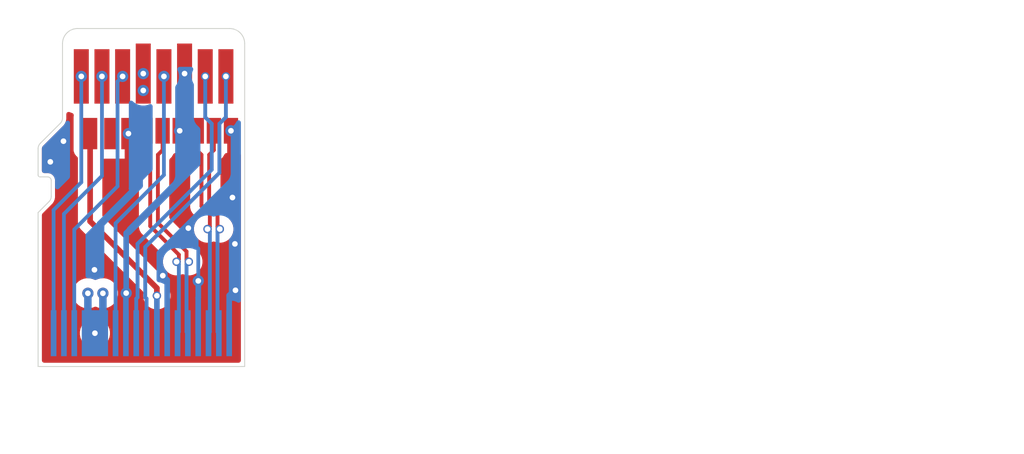
<source format=kicad_pcb>
(kicad_pcb (version 20241229) (generator "pcbnew") (generator_version "9.0")
  (layers (0 "F.Cu" signal) (4 "In1.Cu" signal "In1.GND.Cu") (6 "In2.Cu" signal "In2.VCC.Cu") (8 "In3.Cu" signal "In3.VCC.Cu") (10 "In4.Cu" signal "In4.GND.Cu") (2 "B.Cu" signal) (13 "F.Paste" user) (15 "B.Paste" user) (5 "F.SilkS" user "F.Silkscreen") (7 "B.SilkS" user "B.Silkscreen") (1 "F.Mask" user) (3 "B.Mask" user) (25 "Edge.Cuts" user))
  (net 0 "")
  (net 1 "PCIe_TX+")
  (net 2 "PCIe_TX-")
  (net 4 "DATx{slash}REFCLK+")
  (net 5 "+3V3")
  (net 6 "~{PERST}{slash}DAT3{slash}CD")
  (net 7 "~{CLKREQ}{slash}DAT2")
  (net 8 "CMD")
  (net 9 "PCIe_RX+")
  (net 10 "GND")
  (net 11 "CLK")
  (net 12 "+1V8")
  (net 13 "PCIe_RX-")
  (net 14 "DATx{slash}REFCLK-")
  (footprint "m1cha:usdex-male-open_bottom" (layer "F.Cu") (at 0 0)
    (property "Reference" "J1" (hide yes))
    (property "Value" "Micro_SDex_PCB")
    (fp_line (start -6.15 6.395685) (end -6.15 7.8) (stroke (width 0.05)) (layer "Edge.Cuts"))
    (fp_line (start -6.15 9.8) (end -6.149999 15) (stroke (width 0.05)) (layer "Edge.Cuts"))
    (fp_line (start -6.05 7.9) (end -5.65 7.9) (stroke (width 0.05)) (layer "Edge.Cuts"))
    (fp_line (start -5.567158 9.217158) (end -6.15 9.8) (stroke (width 0.05)) (layer "Edge.Cuts"))
    (fp_line (start -5.45 8.1) (end -5.45 8.934315) (stroke (width 0.05)) (layer "Edge.Cuts"))
    (fp_line (start -4.967158 5.047158) (end -6.032843 6.112843) (stroke (width 0.05)) (layer "Edge.Cuts"))
    (fp_line (start -4.85 4.764315) (end -4.85 0.8) (stroke (width 0.05)) (layer "Edge.Cuts"))
    (fp_line (start -4.05 0) (end 4.05 0) (stroke (width 0.05)) (layer "Edge.Cuts"))
    (fp_line (start 4.85 0.8) (end 4.85 15) (stroke (width 0.05)) (layer "Edge.Cuts"))
    (fp_arc (start -6.15 6.395685) (mid -6.119552 6.242612) (end -6.032843 6.112843) (stroke (width 0.05)) (layer "Edge.Cuts"))
    (fp_arc (start -6.05 7.9) (mid -6.120711 7.870711) (end -6.15 7.8) (stroke (width 0.05)) (layer "Edge.Cuts"))
    (fp_arc (start -5.65 7.9) (mid -5.508579 7.958579) (end -5.45 8.1) (stroke (width 0.05)) (layer "Edge.Cuts"))
    (fp_arc (start -5.45 8.934315) (mid -5.480448 9.087389) (end -5.567158 9.217158) (stroke (width 0.05)) (layer "Edge.Cuts"))
    (fp_arc (start -4.85 0.8) (mid -4.615685 0.234315) (end -4.05 0) (stroke (width 0.05)) (layer "Edge.Cuts"))
    (fp_arc (start -4.85 4.764315) (mid -4.880448 4.917389) (end -4.967158 5.047158) (stroke (width 0.05)) (layer "Edge.Cuts"))
    (fp_arc (start 4.05 0) (mid 4.615685 0.234315) (end 4.85 0.8) (stroke (width 0.05)) (layer "Edge.Cuts"))
    (pad "1" smd rect (at -3.85 2.55) (size 0.8 2.9) (layers "F.Cu" "F.Mask" "F.Paste") (net 7 "~{CLKREQ}{slash}DAT2"))
    (pad "2" smd rect (at -2.75 2.55) (size 0.8 2.9) (layers "F.Cu" "F.Mask" "F.Paste") (net 6 "~{PERST}{slash}DAT3{slash}CD"))
    (pad "3" smd rect (at -1.65 2.55) (size 0.8 2.9) (layers "F.Cu" "F.Mask" "F.Paste") (net 8 "CMD"))
    (pad "4" smd rect (at -0.55 2.4) (size 0.8 3.2) (layers "F.Cu" "F.Mask" "F.Paste") (net 5 "+3V3"))
    (pad "5" smd rect (at 0.55 2.55) (size 0.8 2.9) (layers "F.Cu" "F.Mask" "F.Paste") (net 11 "CLK"))
    (pad "6" smd rect (at 1.65 2.4) (size 0.8 3.2) (layers "F.Cu" "F.Mask" "F.Paste") (net 10 "GND"))
    (pad "7" smd rect (at 2.75 2.55) (size 0.8 2.9) (layers "F.Cu" "F.Mask" "F.Paste") (net 4 "DATx{slash}REFCLK+"))
    (pad "8" smd rect (at 3.85 2.55) (size 0.8 2.9) (layers "F.Cu" "F.Mask" "F.Paste") (net 14 "DATx{slash}REFCLK-"))
    (pad "9" smd rect (at -3.38 5.595) (size 0.76 1.67) (layers "F.Cu" "F.Mask" "F.Paste") (net 12 "+1V8"))
    (pad "10" smd rect (at -1.34 5.595) (size 0.76 1.67) (layers "F.Cu" "F.Mask" "F.Paste") (net 10 "GND"))
    (pad "11" smd rect (at -0.43 5.445) (size 0.76 1.37) (layers "F.Cu" "F.Mask" "F.Paste") (net 1 "PCIe_TX+"))
    (pad "12" smd rect (at 0.48 5.445) (size 0.76 1.37) (layers "F.Cu" "F.Mask" "F.Paste") (net 2 "PCIe_TX-"))
    (pad "13" smd rect (at 1.39 5.445) (size 0.76 1.37) (layers "F.Cu" "F.Mask" "F.Paste") (net 10 "GND"))
    (pad "14" smd rect (at 2.3 5.445) (size 0.76 1.37) (layers "F.Cu" "F.Mask" "F.Paste") (net 13 "PCIe_RX-"))
    (pad "15" smd rect (at 3.21 5.445) (size 0.76 1.37) (layers "F.Cu" "F.Mask" "F.Paste") (net 9 "PCIe_RX+"))
    (pad "16" smd rect (at 4.12 5.445) (size 0.76 1.37) (layers "F.Cu" "F.Mask" "F.Paste") (net 10 "GND"))
    (pad "17" smd rect (at -2.25 5.595) (size 0.76 1.67) (layers "F.Cu" "F.Mask" "F.Paste"))
  )
  (footprint "m1cha:usdex-fpc-1x18-0.55mm" (layer "B.Cu") (at -0.65 16.225 180)
    (property "Reference" "J2" (hide yes))
    (property "Value" "Conn_01x16_Socket")
    (pad "1" smd rect (at -4.675 0 180) (size 0.3 2.45) (layers "B.Cu" "B.Mask" "B.Paste") (net 10 "GND"))
    (pad "2" smd rect (at -4.125 0 180) (size 0.3 2.45) (layers "B.Cu" "B.Mask" "B.Paste") (net 9 "PCIe_RX+"))
    (pad "3" smd rect (at -3.575 0 180) (size 0.3 2.45) (layers "B.Cu" "B.Mask" "B.Paste") (net 13 "PCIe_RX-"))
    (pad "4" smd rect (at -3.025 0 180) (size 0.3 2.45) (layers "B.Cu" "B.Mask" "B.Paste") (net 10 "GND"))
    (pad "5" smd rect (at -2.475 0 180) (size 0.3 2.45) (layers "B.Cu" "B.Mask" "B.Paste") (net 2 "PCIe_TX-"))
    (pad "6" smd rect (at -1.925 0 180) (size 0.3 2.45) (layers "B.Cu" "B.Mask" "B.Paste") (net 1 "PCIe_TX+"))
    (pad "7" smd rect (at -1.375 0 180) (size 0.3 2.45) (layers "B.Cu" "B.Mask" "B.Paste") (net 10 "GND"))
    (pad "8" smd rect (at -0.825 0 180) (size 0.3 2.45) (layers "B.Cu" "B.Mask" "B.Paste") (net 12 "+1V8"))
    (pad "9" smd rect (at -0.275 0 180) (size 0.3 2.45) (layers "B.Cu" "B.Mask" "B.Paste") (net 14 "DATx{slash}REFCLK-"))
    (pad "10" smd rect (at 0.275 0 180) (size 0.3 2.45) (layers "B.Cu" "B.Mask" "B.Paste") (net 4 "DATx{slash}REFCLK+"))
    (pad "11" smd rect (at 0.825 0 180) (size 0.3 2.45) (layers "B.Cu" "B.Mask" "B.Paste") (net 10 "GND"))
    (pad "12" smd rect (at 1.375 0 180) (size 0.3 2.45) (layers "B.Cu" "B.Mask" "B.Paste") (net 11 "CLK"))
    (pad "13" smd rect (at 2.475 0 180) (size 1.4 2.45) (layers "B.Cu" "B.Mask" "B.Paste") (net 5 "+3V3"))
    (pad "14" smd rect (at 3.575 0 180) (size 0.3 2.45) (layers "B.Cu" "B.Mask" "B.Paste") (net 8 "CMD"))
    (pad "15" smd rect (at 4.125 0 180) (size 0.3 2.45) (layers "B.Cu" "B.Mask" "B.Paste") (net 6 "~{PERST}{slash}DAT3{slash}CD"))
    (pad "16" smd rect (at 4.675 0 180) (size 0.3 2.45) (layers "B.Cu" "B.Mask" "B.Paste") (net 7 "~{CLKREQ}{slash}DAT2"))
  )
  (gr_line (start 4.85 18) (end 4.85 15) (stroke (width 0.05)) (layer "Edge.Cuts"))
  (gr_line (start -6.15 18) (end 4.85 18) (stroke (width 0.05)) (layer "Edge.Cuts"))
  (gr_line (start -6.15 15) (end -6.15 18) (stroke (width 0.05)) (layer "Edge.Cuts"))
  (segment (start 1.345783 12.044589) (end -0.179216 10.51959) (width 0.205232) (layer "F.Cu") (net 1))
  (segment (start -0.43 6.472501) (end -0.43 5.445) (width 0.205232) (layer "F.Cu") (net 1))
  (segment (start 1.345783 12.297617) (end 1.345783 12.044589) (width 0.205232) (layer "F.Cu") (net 1))
  (segment (start -0.179216 6.723285) (end -0.43 6.472501) (width 0.205232) (layer "F.Cu") (net 1))
  (segment (start 1.2234 12.42) (end 1.345783 12.297617) (width 0.205232) (layer "F.Cu") (net 1))
  (segment (start -0.179216 10.51959) (end -0.179216 6.723285) (width 0.205232) (layer "F.Cu") (net 1))
  (via (at 1.2234 12.42) (size 0.45) (drill 0.3) (layers "F.Cu" "B.Cu") (net 1))
  (segment (start 1.345783 12.542383) (end 1.2234 12.42) (width 0.205232) (layer "B.Cu") (net 1))
  (segment (start 1.275 16.225) (end 1.345783 16.154217) (width 0.205232) (layer "B.Cu") (net 1))
  (segment (start 1.345783 16.154217) (end 1.345783 12.542383) (width 0.205232) (layer "B.Cu") (net 1))
  (segment (start 1.8766 12.42) (end 1.754217 12.297617) (width 0.205232) (layer "F.Cu") (net 2))
  (segment (start 1.754217 12.297617) (end 1.754217 11.875411) (width 0.205232) (layer "F.Cu") (net 2))
  (segment (start 0.48 6.472501) (end 0.48 5.445) (width 0.205232) (layer "F.Cu") (net 2))
  (segment (start 0.229216 10.35041) (end 0.229216 6.723285) (width 0.205232) (layer "F.Cu") (net 2))
  (segment (start 1.754217 11.875411) (end 0.229216 10.35041) (width 0.205232) (layer "F.Cu") (net 2))
  (segment (start 0.229216 6.723285) (end 0.48 6.472501) (width 0.205232) (layer "F.Cu") (net 2))
  (via (at 1.8766 12.42) (size 0.45) (drill 0.3) (layers "F.Cu" "B.Cu") (net 2))
  (segment (start 1.825 16.225) (end 1.754217 16.154217) (width 0.205232) (layer "B.Cu") (net 2))
  (segment (start 1.754217 16.154217) (end 1.754217 12.542383) (width 0.205232) (layer "B.Cu") (net 2))
  (segment (start 1.754217 12.542383) (end 1.8766 12.42) (width 0.205232) (layer "B.Cu") (net 2))
  (via (at 2.75 2.55) (size 0.45) (drill 0.3) (layers "F.Cu" "B.Cu") (net 4))
  (segment (start -0.925 16.225) (end -0.925 14.387499) (width 0.205232) (layer "B.Cu") (net 4))
  (segment (start 3.095784 7.51541) (end 3.095784 5.070785) (width 0.205232) (layer "B.Cu") (net 4))
  (segment (start 2.75 4.725001) (end 2.75 2.55) (width 0.205232) (layer "B.Cu") (net 4))
  (segment (start -0.925 14.387499) (end -0.854216 14.316715) (width 0.205232) (layer "B.Cu") (net 4))
  (segment (start -0.854216 11.46541) (end 3.095784 7.51541) (width 0.205232) (layer "B.Cu") (net 4))
  (segment (start 3.095784 5.070785) (end 2.75 4.725001) (width 0.205232) (layer "B.Cu") (net 4))
  (segment (start -0.854216 14.316715) (end -0.854216 11.46541) (width 0.205232) (layer "B.Cu") (net 4))
  (via (at -0.55 3.3) (size 0.6) (drill 0.3) (layers "F.Cu" "B.Cu") (net 5))
  (via (at -0.55 2.4) (size 0.6) (drill 0.3) (layers "F.Cu" "B.Cu") (net 5))
  (via (at -3.125 16.225) (size 0.6) (drill 0.3) (layers "F.Cu" "B.Cu") (net 5))
  (via (at -2.7 14.1) (size 0.6) (drill 0.3) (layers "F.Cu" "B.Cu") (net 5))
  (via (at -3.5 14.1) (size 0.6) (drill 0.3) (layers "F.Cu" "B.Cu") (net 5))
  (segment (start -3.5 14.1) (end -3.5 15.3) (width 0.4) (layer "B.Cu") (net 5))
  (segment (start -2.7 14.1) (end -2.7 15.3) (width 0.4) (layer "B.Cu") (net 5))
  (segment (start -3.5 15.3) (end -3.1 15.7) (width 0.2) (layer "B.Cu") (net 5))
  (segment (start -2.7 15.3) (end -3.1 15.7) (width 0.2) (layer "B.Cu") (net 5))
  (via (at -2.75 2.55) (size 0.6) (drill 0.3) (layers "F.Cu" "B.Cu") (net 6))
  (segment (start -4.775 16.225) (end -4.775 9.875) (width 0.2) (layer "B.Cu") (net 6))
  (segment (start -4.775 9.875) (end -2.75 7.85) (width 0.2) (layer "B.Cu") (net 6))
  (segment (start -2.75 7.85) (end -2.75 2.55) (width 0.2) (layer "B.Cu") (net 6))
  (via (at -3.85 2.55) (size 0.6) (drill 0.3) (layers "F.Cu" "B.Cu") (net 7))
  (segment (start -5.325 16.225) (end -5.325 9.665) (width 0.2) (layer "B.Cu") (net 7))
  (segment (start -5.325 9.665) (end -3.85 8.19) (width 0.2) (layer "B.Cu") (net 7))
  (segment (start -3.85 8.19) (end -3.85 2.55) (width 0.2) (layer "B.Cu") (net 7))
  (via (at -1.65 2.55) (size 0.6) (drill 0.3) (layers "F.Cu" "B.Cu") (net 8))
  (segment (start -4.225 16.225) (end -4.225 10.705) (width 0.2) (layer "B.Cu") (net 8))
  (segment (start -1.92 2.82) (end -1.65 2.55) (width 0.2) (layer "B.Cu") (net 8))
  (segment (start -4.225 10.705) (end -1.92 8.4) (width 0.2) (layer "B.Cu") (net 8))
  (segment (start -1.92 8.4) (end -1.92 2.82) (width 0.2) (layer "B.Cu") (net 8))
  (segment (start 2.959216 6.723285) (end 3.21 6.472501) (width 0.205232) (layer "F.Cu") (net 9))
  (segment (start 3.404217 9.735411) (end 2.959216 9.29041) (width 0.205232) (layer "F.Cu") (net 9))
  (segment (start 3.5266 10.68) (end 3.404217 10.557617) (width 0.205232) (layer "F.Cu") (net 9))
  (segment (start 2.959216 9.29041) (end 2.959216 6.723285) (width 0.205232) (layer "F.Cu") (net 9))
  (segment (start 3.21 6.472501) (end 3.21 5.445) (width 0.205232) (layer "F.Cu") (net 9))
  (segment (start 3.404217 10.557617) (end 3.404217 9.735411) (width 0.205232) (layer "F.Cu") (net 9))
  (via (at 3.5266 10.68) (size 0.45) (drill 0.3) (layers "F.Cu" "B.Cu") (net 9))
  (segment (start 3.475 16.225) (end 3.404217 16.154217) (width 0.205232) (layer "B.Cu") (net 9))
  (segment (start 3.404217 10.802383) (end 3.5266 10.68) (width 0.205232) (layer "B.Cu") (net 9))
  (segment (start 3.404217 16.154217) (end 3.404217 10.802383) (width 0.205232) (layer "B.Cu") (net 9))
  (segment (start -1.34 5.595) (end -1.34 7.56) (width 0.4) (layer "F.Cu") (net 10))
  (segment (start 1.39 5.4425) (end 1.39 7.3775) (width 0.4) (layer "F.Cu") (net 10))
  (segment (start 4.12 5.445) (end 4.12 6.95) (width 0.4) (layer "F.Cu") (net 10))
  (via (at -4.8 6) (size 0.6) (drill 0.3) (layers "F.Cu" "B.Cu") (net 10))
  (via (at -3.15 12.85) (size 0.6) (drill 0.3) (layers "F.Cu" "B.Cu") (net 10))
  (via (at 0.49 13.16) (size 0.45) (drill 0.3) (layers "F.Cu" "B.Cu") (net 10))
  (via (at -1.34 5.595) (size 0.6) (drill 0.3) (layers "F.Cu" "B.Cu") (net 10))
  (via (at 4.33 11.47) (size 0.45) (drill 0.3) (layers "F.Cu" "B.Cu") (net 10))
  (via (at 1.85 10.63) (size 0.45) (drill 0.3) (layers "F.Cu" "B.Cu") (net 10))
  (via (at -5.5 7.1) (size 0.6) (drill 0.3) (layers "F.Cu" "B.Cu") (net 10))
  (via (at 4.2 9) (size 0.45) (drill 0.3) (layers "F.Cu" "B.Cu") (net 10))
  (via (at 1.39 5.445) (size 0.6) (drill 0.3) (layers "F.Cu" "B.Cu") (net 10))
  (via (at 2.38 13.44) (size 0.6) (drill 0.3) (layers "F.Cu" "B.Cu") (net 10))
  (via (at 1.65 2.4) (size 0.6) (drill 0.3) (layers "F.Cu" "B.Cu") (net 10))
  (via (at 4.12 5.445) (size 0.6) (drill 0.3) (layers "F.Cu" "B.Cu") (net 10))
  (via (at 4.36 13.94) (size 0.45) (drill 0.3) (layers "F.Cu" "B.Cu") (net 10))
  (via (at -1.46 14.09) (size 0.6) (drill 0.3) (layers "F.Cu" "B.Cu") (net 10))
  (segment (start 2.375 14.325) (end 2.375 16.225) (width 0.3) (layer "B.Cu") (net 10))
  (segment (start 4.3 13.94) (end 4.025 14.215) (width 0.3) (layer "B.Cu") (net 10))
  (segment (start 1.76 10.63) (end 1.85 10.63) (width 0.2) (layer "B.Cu") (net 10))
  (segment (start 2.375 16.225) (end 2.4 16.2) (width 0.2) (layer "B.Cu") (net 10))
  (segment (start 4.025 14.215) (end 4.025 16.225) (width 0.3) (layer "B.Cu") (net 10))
  (segment (start 0.725 16.225) (end 0.725 13.395) (width 0.3) (layer "B.Cu") (net 10))
  (segment (start -1.475 16.225) (end -1.475 14.105) (width 0.3) (layer "B.Cu") (net 10))
  (segment (start 1.72 10.67) (end 1.76 10.63) (width 0.2) (layer "B.Cu") (net 10))
  (segment (start -0.77 5.9) (end -0.77 8.36) (width 0.4) (layer "B.Cu") (net 10))
  (segment (start -0.77 8.36) (end -2.83 10.42) (width 0.4) (layer "B.Cu") (net 10))
  (segment (start -1.46 10.9) (end -1.21 10.65) (width 0.3) (layer "B.Cu") (net 10))
  (segment (start 0.725 13.395) (end 0.49 13.16) (width 0.3) (layer "B.Cu") (net 10))
  (segment (start 2.38 13.44) (end 2.38 14.32) (width 0.3) (layer "B.Cu") (net 10))
  (segment (start 1.85 10.63) (end 1.64 10.84) (width 0.2) (layer "B.Cu") (net 10))
  (segment (start -1.34 5.595) (end -1.075 5.595) (width 0.4) (layer "B.Cu") (net 10))
  (segment (start 2.38 14.32) (end 2.375 14.325) (width 0.3) (layer "B.Cu") (net 10))
  (segment (start -1.075 5.595) (end -0.77 5.9) (width 0.4) (layer "B.Cu") (net 10))
  (segment (start 1.64 10.84) (end 1.64 10.98) (width 0.2) (layer "B.Cu") (net 10))
  (segment (start -1.475 14.105) (end -1.46 14.09) (width 0.3) (layer "B.Cu") (net 10))
  (segment (start 1.64 10.98) (end 2.38 11.72) (width 0.2) (layer "B.Cu") (net 10))
  (segment (start -1.46 14.09) (end -1.46 10.9) (width 0.3) (layer "B.Cu") (net 10))
  (segment (start 4.36 13.94) (end 4.3 13.94) (width 0.3) (layer "B.Cu") (net 10))
  (segment (start 2.38 11.72) (end 2.38 13.44) (width 0.2) (layer "B.Cu") (net 10))
  (segment (start -2.83 10.42) (end -2.83 10.54219) (width 0.4) (layer "B.Cu") (net 10))
  (segment (start 1.39 5.445) (end 1.39 7.38) (width 0.4) (layer "B.Cu") (net 10))
  (via (at 0.55 2.55) (size 0.6) (drill 0.3) (layers "F.Cu" "B.Cu") (net 11))
  (segment (start -2.025 16.225) (end -2.025 10.375) (width 0.2) (layer "B.Cu") (net 11))
  (segment (start -2.025 10.375) (end 0.55 7.8) (width 0.2) (layer "B.Cu") (net 11))
  (segment (start 0.55 7.8) (end 0.55 2.55) (width 0.2) (layer "B.Cu") (net 11))
  (segment (start 0.175 13.825) (end -3.38 10.27) (width 0.3) (layer "F.Cu") (net 12))
  (segment (start -3.38 10.27) (end -3.38 5.595) (width 0.3) (layer "F.Cu") (net 12))
  (segment (start 0.175 14.23) (end 0.175 13.825) (width 0.3) (layer "F.Cu") (net 12))
  (via (at 0.175 14.23) (size 0.45) (drill 0.3) (layers "F.Cu" "B.Cu") (net 12))
  (segment (start 0.175 14.23) (end 0.175 16.225) (width 0.3) (layer "B.Cu") (net 12))
  (segment (start 2.3 6.472501) (end 2.3 5.445) (width 0.205232) (layer "F.Cu") (net 13))
  (segment (start 2.995783 10.557617) (end 2.995783 9.904589) (width 0.205232) (layer "F.Cu") (net 13))
  (segment (start 2.550784 6.723285) (end 2.3 6.472501) (width 0.205232) (layer "F.Cu") (net 13))
  (segment (start 2.995783 9.904589) (end 2.550784 9.45959) (width 0.205232) (layer "F.Cu") (net 13))
  (segment (start 2.8734 10.68) (end 2.995783 10.557617) (width 0.205232) (layer "F.Cu") (net 13))
  (segment (start 2.550784 9.45959) (end 2.550784 6.723285) (width 0.205232) (layer "F.Cu") (net 13))
  (via (at 2.8734 10.68) (size 0.45) (drill 0.3) (layers "F.Cu" "B.Cu") (net 13))
  (segment (start 2.995783 16.154217) (end 2.995783 10.802383) (width 0.205232) (layer "B.Cu") (net 13))
  (segment (start 2.925 16.225) (end 2.995783 16.154217) (width 0.205232) (layer "B.Cu") (net 13))
  (segment (start 2.995783 10.802383) (end 2.8734 10.68) (width 0.205232) (layer "B.Cu") (net 13))
  (via (at 3.85 2.55) (size 0.45) (drill 0.3) (layers "F.Cu" "B.Cu") (net 14))
  (segment (start 3.85 4.725001) (end 3.85 2.55) (width 0.205232) (layer "B.Cu") (net 14))
  (segment (start -0.375 14.387499) (end -0.445784 14.316715) (width 0.205232) (layer "B.Cu") (net 14))
  (segment (start -0.445784 11.63459) (end 3.504216 7.68459) (width 0.205232) (layer "B.Cu") (net 14))
  (segment (start -0.445784 14.316715) (end -0.445784 11.63459) (width 0.205232) (layer "B.Cu") (net 14))
  (segment (start 3.504216 7.68459) (end 3.504216 5.070785) (width 0.205232) (layer "B.Cu") (net 14))
  (segment (start -0.375 16.225) (end -0.375 14.387499) (width 0.205232) (layer "B.Cu") (net 14))
  (segment (start 3.504216 5.070785) (end 3.85 4.725001) (width 0.205232) (layer "B.Cu") (net 14))
  (zone (net 10) (net_name "GND") (layer "F.Cu") (connect_pads (clearance 0.5)) (min_thickness 0.25) (fill yes (thermal_gap 0.5) (thermal_bridge_width 0.5))
    (polygon (pts (xy 5 2.04) (xy 5 18) (xy -6.5 18) (xy -6.5 2.04)))
  )
  (zone (net 10) (net_name "GND") (layer "B.Cu") (priority 1) (connect_pads (clearance 0.5)) (min_thickness 0.25) (fill yes (thermal_gap 0.5) (thermal_bridge_width 0.5))
    (polygon (pts (xy 5 2.04) (xy 5 15) (xy -6.5 15) (xy -6.5 2.04)))
  )
)
</source>
